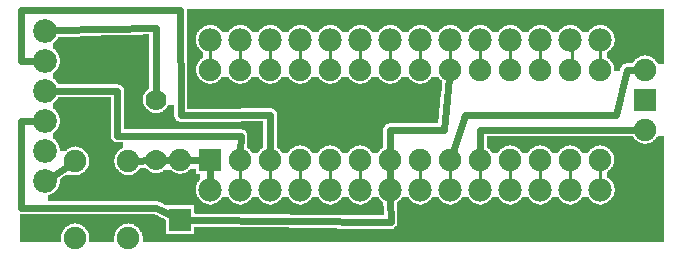
<source format=gbl>
G04 MADE WITH FRITZING*
G04 WWW.FRITZING.ORG*
G04 DOUBLE SIDED*
G04 HOLES PLATED*
G04 CONTOUR ON CENTER OF CONTOUR VECTOR*
%ASAXBY*%
%FSLAX23Y23*%
%MOIN*%
%OFA0B0*%
%SFA1.0B1.0*%
%ADD10C,0.075000*%
%ADD11C,0.079370*%
%ADD12C,0.078000*%
%ADD13C,0.070000*%
%ADD14R,0.075000X0.075000*%
%ADD15C,0.024000*%
%ADD16C,0.011111*%
%LNCOPPER0*%
G90*
G70*
G54D10*
X2069Y753D03*
X224Y663D03*
X240Y453D03*
X2078Y298D03*
G54D11*
X125Y746D03*
X125Y646D03*
X125Y546D03*
X125Y446D03*
X125Y346D03*
X125Y246D03*
G54D10*
X675Y316D03*
X675Y616D03*
X775Y316D03*
X775Y616D03*
X875Y316D03*
X875Y616D03*
X975Y316D03*
X975Y616D03*
X1075Y316D03*
X1075Y616D03*
X1175Y316D03*
X1175Y616D03*
X1275Y316D03*
X1275Y616D03*
X1375Y316D03*
X1375Y616D03*
X1475Y316D03*
X1475Y616D03*
X1575Y316D03*
X1575Y616D03*
X1675Y316D03*
X1675Y616D03*
X1775Y316D03*
X1775Y616D03*
X1875Y316D03*
X1875Y616D03*
X1975Y316D03*
X1975Y616D03*
X575Y116D03*
X575Y316D03*
G54D12*
X675Y216D03*
X775Y216D03*
X875Y216D03*
X975Y216D03*
X1075Y216D03*
X1175Y216D03*
X1275Y216D03*
X1375Y216D03*
X1475Y216D03*
X1575Y216D03*
X1675Y216D03*
X1775Y216D03*
X1875Y216D03*
X1975Y216D03*
X675Y716D03*
X775Y716D03*
X875Y716D03*
X975Y716D03*
X1075Y716D03*
X1175Y716D03*
X1275Y716D03*
X1375Y716D03*
X1475Y716D03*
X1575Y716D03*
X1675Y716D03*
X1775Y716D03*
X1875Y716D03*
X1975Y716D03*
G54D10*
X2125Y616D03*
X2125Y516D03*
X2125Y416D03*
X402Y312D03*
X402Y56D03*
X225Y312D03*
X225Y56D03*
G54D13*
X495Y516D03*
X495Y316D03*
G54D14*
X675Y316D03*
X575Y116D03*
X2125Y516D03*
G54D15*
X875Y466D02*
X875Y344D01*
D02*
X576Y464D02*
X875Y466D01*
D02*
X45Y645D02*
X45Y816D01*
D02*
X45Y816D02*
X575Y816D01*
D02*
X94Y646D02*
X45Y645D01*
D02*
X495Y156D02*
X549Y129D01*
D02*
X45Y156D02*
X495Y156D01*
D02*
X45Y445D02*
X45Y156D01*
D02*
X94Y446D02*
X45Y445D01*
D02*
X1276Y107D02*
X1275Y186D01*
D02*
X603Y115D02*
X1276Y107D01*
D02*
X1525Y466D02*
X1825Y466D01*
D02*
X1484Y343D02*
X1525Y466D01*
D02*
X1575Y416D02*
X1575Y344D01*
D02*
X2096Y416D02*
X1575Y416D01*
G54D16*
D02*
X1075Y240D02*
X1075Y293D01*
D02*
X1675Y293D02*
X1675Y240D01*
D02*
X1575Y293D02*
X1575Y240D01*
D02*
X1375Y293D02*
X1375Y240D01*
D02*
X1175Y293D02*
X1175Y240D01*
D02*
X975Y240D02*
X975Y293D01*
D02*
X875Y293D02*
X875Y240D01*
D02*
X775Y293D02*
X775Y240D01*
D02*
X1475Y240D02*
X1475Y293D01*
D02*
X1775Y240D02*
X1775Y293D01*
D02*
X1875Y240D02*
X1875Y293D01*
D02*
X1975Y240D02*
X1975Y293D01*
D02*
X675Y639D02*
X675Y664D01*
D02*
X775Y639D02*
X775Y691D01*
D02*
X875Y639D02*
X875Y691D01*
D02*
X975Y639D02*
X975Y691D01*
D02*
X1075Y639D02*
X1075Y691D01*
D02*
X1175Y639D02*
X1175Y691D01*
D02*
X1275Y639D02*
X1275Y691D01*
D02*
X1375Y639D02*
X1375Y691D01*
D02*
X1475Y639D02*
X1475Y691D01*
D02*
X1575Y639D02*
X1575Y691D01*
D02*
X1675Y639D02*
X1675Y691D01*
D02*
X1775Y639D02*
X1775Y691D01*
D02*
X1879Y667D02*
X1877Y639D01*
D02*
X1875Y716D02*
X1879Y667D01*
D02*
X1975Y639D02*
X1975Y691D01*
G54D15*
D02*
X2096Y616D02*
X2065Y616D01*
D02*
X2026Y464D02*
X2065Y616D01*
D02*
X1825Y466D02*
X2026Y464D01*
D02*
X1454Y416D02*
X1275Y416D01*
D02*
X1275Y416D02*
X1275Y344D01*
D02*
X1472Y587D02*
X1454Y416D01*
D02*
X575Y816D02*
X576Y464D01*
G54D16*
D02*
X675Y664D02*
X675Y691D01*
G54D15*
D02*
X675Y287D02*
X675Y216D01*
D02*
X495Y756D02*
X155Y747D01*
D02*
X495Y542D02*
X495Y756D01*
D02*
X469Y315D02*
X430Y313D01*
D02*
X546Y316D02*
X521Y316D01*
D02*
X365Y545D02*
X155Y546D01*
D02*
X776Y396D02*
X365Y395D01*
D02*
X365Y395D02*
X365Y545D01*
D02*
X775Y344D02*
X776Y396D01*
D02*
X150Y263D02*
X201Y296D01*
D02*
X645Y316D02*
X603Y316D01*
D02*
X646Y316D02*
X645Y316D01*
D02*
X1275Y246D02*
X1275Y287D01*
G36*
X596Y818D02*
X596Y764D01*
X1986Y764D01*
X1986Y762D01*
X1992Y762D01*
X1992Y760D01*
X1996Y760D01*
X1996Y758D01*
X1998Y758D01*
X1998Y756D01*
X2002Y756D01*
X2002Y754D01*
X2004Y754D01*
X2004Y752D01*
X2006Y752D01*
X2006Y750D01*
X2008Y750D01*
X2008Y748D01*
X2010Y748D01*
X2010Y746D01*
X2012Y746D01*
X2012Y744D01*
X2014Y744D01*
X2014Y742D01*
X2016Y742D01*
X2016Y738D01*
X2018Y738D01*
X2018Y734D01*
X2020Y734D01*
X2020Y730D01*
X2022Y730D01*
X2022Y722D01*
X2024Y722D01*
X2024Y708D01*
X2022Y708D01*
X2022Y702D01*
X2020Y702D01*
X2020Y696D01*
X2018Y696D01*
X2018Y694D01*
X2016Y694D01*
X2016Y690D01*
X2014Y690D01*
X2014Y688D01*
X2012Y688D01*
X2012Y684D01*
X2010Y684D01*
X2010Y682D01*
X2008Y682D01*
X2008Y680D01*
X2004Y680D01*
X2004Y678D01*
X2002Y678D01*
X2002Y676D01*
X2000Y676D01*
X2000Y674D01*
X1998Y674D01*
X1998Y664D01*
X2128Y664D01*
X2128Y662D01*
X2136Y662D01*
X2136Y660D01*
X2142Y660D01*
X2142Y658D01*
X2146Y658D01*
X2146Y656D01*
X2148Y656D01*
X2148Y654D01*
X2152Y654D01*
X2152Y652D01*
X2154Y652D01*
X2154Y650D01*
X2156Y650D01*
X2156Y648D01*
X2158Y648D01*
X2158Y646D01*
X2160Y646D01*
X2160Y644D01*
X2162Y644D01*
X2162Y642D01*
X2164Y642D01*
X2164Y638D01*
X2166Y638D01*
X2166Y634D01*
X2186Y634D01*
X2186Y818D01*
X596Y818D01*
G37*
D02*
G36*
X596Y764D02*
X596Y744D01*
X598Y744D01*
X598Y568D01*
X666Y568D01*
X666Y570D01*
X660Y570D01*
X660Y572D01*
X656Y572D01*
X656Y574D01*
X652Y574D01*
X652Y576D01*
X650Y576D01*
X650Y578D01*
X646Y578D01*
X646Y580D01*
X644Y580D01*
X644Y582D01*
X642Y582D01*
X642Y584D01*
X640Y584D01*
X640Y586D01*
X638Y586D01*
X638Y588D01*
X636Y588D01*
X636Y592D01*
X634Y592D01*
X634Y594D01*
X632Y594D01*
X632Y598D01*
X630Y598D01*
X630Y604D01*
X628Y604D01*
X628Y628D01*
X630Y628D01*
X630Y632D01*
X632Y632D01*
X632Y636D01*
X634Y636D01*
X634Y640D01*
X636Y640D01*
X636Y642D01*
X638Y642D01*
X638Y644D01*
X640Y644D01*
X640Y648D01*
X642Y648D01*
X642Y650D01*
X646Y650D01*
X646Y652D01*
X648Y652D01*
X648Y654D01*
X650Y654D01*
X650Y676D01*
X646Y676D01*
X646Y678D01*
X644Y678D01*
X644Y680D01*
X642Y680D01*
X642Y682D01*
X640Y682D01*
X640Y684D01*
X638Y684D01*
X638Y686D01*
X636Y686D01*
X636Y690D01*
X634Y690D01*
X634Y692D01*
X632Y692D01*
X632Y696D01*
X630Y696D01*
X630Y700D01*
X628Y700D01*
X628Y706D01*
X626Y706D01*
X626Y726D01*
X628Y726D01*
X628Y732D01*
X630Y732D01*
X630Y736D01*
X632Y736D01*
X632Y740D01*
X634Y740D01*
X634Y742D01*
X636Y742D01*
X636Y744D01*
X638Y744D01*
X638Y748D01*
X640Y748D01*
X640Y750D01*
X642Y750D01*
X642Y752D01*
X646Y752D01*
X646Y754D01*
X648Y754D01*
X648Y756D01*
X650Y756D01*
X650Y758D01*
X654Y758D01*
X654Y760D01*
X658Y760D01*
X658Y762D01*
X664Y762D01*
X664Y764D01*
X596Y764D01*
G37*
D02*
G36*
X686Y764D02*
X686Y762D01*
X692Y762D01*
X692Y760D01*
X696Y760D01*
X696Y758D01*
X698Y758D01*
X698Y756D01*
X702Y756D01*
X702Y754D01*
X704Y754D01*
X704Y752D01*
X706Y752D01*
X706Y750D01*
X708Y750D01*
X708Y748D01*
X710Y748D01*
X710Y746D01*
X712Y746D01*
X712Y744D01*
X714Y744D01*
X714Y742D01*
X736Y742D01*
X736Y744D01*
X738Y744D01*
X738Y748D01*
X740Y748D01*
X740Y750D01*
X742Y750D01*
X742Y752D01*
X746Y752D01*
X746Y754D01*
X748Y754D01*
X748Y756D01*
X750Y756D01*
X750Y758D01*
X754Y758D01*
X754Y760D01*
X758Y760D01*
X758Y762D01*
X764Y762D01*
X764Y764D01*
X686Y764D01*
G37*
D02*
G36*
X786Y764D02*
X786Y762D01*
X792Y762D01*
X792Y760D01*
X796Y760D01*
X796Y758D01*
X798Y758D01*
X798Y756D01*
X802Y756D01*
X802Y754D01*
X804Y754D01*
X804Y752D01*
X806Y752D01*
X806Y750D01*
X808Y750D01*
X808Y748D01*
X810Y748D01*
X810Y746D01*
X812Y746D01*
X812Y744D01*
X814Y744D01*
X814Y742D01*
X836Y742D01*
X836Y744D01*
X838Y744D01*
X838Y748D01*
X840Y748D01*
X840Y750D01*
X842Y750D01*
X842Y752D01*
X846Y752D01*
X846Y754D01*
X848Y754D01*
X848Y756D01*
X850Y756D01*
X850Y758D01*
X854Y758D01*
X854Y760D01*
X858Y760D01*
X858Y762D01*
X864Y762D01*
X864Y764D01*
X786Y764D01*
G37*
D02*
G36*
X886Y764D02*
X886Y762D01*
X892Y762D01*
X892Y760D01*
X896Y760D01*
X896Y758D01*
X898Y758D01*
X898Y756D01*
X902Y756D01*
X902Y754D01*
X904Y754D01*
X904Y752D01*
X906Y752D01*
X906Y750D01*
X908Y750D01*
X908Y748D01*
X910Y748D01*
X910Y746D01*
X912Y746D01*
X912Y744D01*
X914Y744D01*
X914Y742D01*
X936Y742D01*
X936Y744D01*
X938Y744D01*
X938Y748D01*
X940Y748D01*
X940Y750D01*
X942Y750D01*
X942Y752D01*
X946Y752D01*
X946Y754D01*
X948Y754D01*
X948Y756D01*
X950Y756D01*
X950Y758D01*
X954Y758D01*
X954Y760D01*
X958Y760D01*
X958Y762D01*
X964Y762D01*
X964Y764D01*
X886Y764D01*
G37*
D02*
G36*
X986Y764D02*
X986Y762D01*
X992Y762D01*
X992Y760D01*
X996Y760D01*
X996Y758D01*
X998Y758D01*
X998Y756D01*
X1002Y756D01*
X1002Y754D01*
X1004Y754D01*
X1004Y752D01*
X1006Y752D01*
X1006Y750D01*
X1008Y750D01*
X1008Y748D01*
X1010Y748D01*
X1010Y746D01*
X1012Y746D01*
X1012Y744D01*
X1014Y744D01*
X1014Y742D01*
X1036Y742D01*
X1036Y744D01*
X1038Y744D01*
X1038Y748D01*
X1040Y748D01*
X1040Y750D01*
X1042Y750D01*
X1042Y752D01*
X1046Y752D01*
X1046Y754D01*
X1048Y754D01*
X1048Y756D01*
X1050Y756D01*
X1050Y758D01*
X1054Y758D01*
X1054Y760D01*
X1058Y760D01*
X1058Y762D01*
X1064Y762D01*
X1064Y764D01*
X986Y764D01*
G37*
D02*
G36*
X1086Y764D02*
X1086Y762D01*
X1092Y762D01*
X1092Y760D01*
X1096Y760D01*
X1096Y758D01*
X1098Y758D01*
X1098Y756D01*
X1102Y756D01*
X1102Y754D01*
X1104Y754D01*
X1104Y752D01*
X1106Y752D01*
X1106Y750D01*
X1108Y750D01*
X1108Y748D01*
X1110Y748D01*
X1110Y746D01*
X1112Y746D01*
X1112Y744D01*
X1114Y744D01*
X1114Y742D01*
X1136Y742D01*
X1136Y744D01*
X1138Y744D01*
X1138Y748D01*
X1140Y748D01*
X1140Y750D01*
X1142Y750D01*
X1142Y752D01*
X1146Y752D01*
X1146Y754D01*
X1148Y754D01*
X1148Y756D01*
X1150Y756D01*
X1150Y758D01*
X1154Y758D01*
X1154Y760D01*
X1158Y760D01*
X1158Y762D01*
X1164Y762D01*
X1164Y764D01*
X1086Y764D01*
G37*
D02*
G36*
X1186Y764D02*
X1186Y762D01*
X1192Y762D01*
X1192Y760D01*
X1196Y760D01*
X1196Y758D01*
X1198Y758D01*
X1198Y756D01*
X1202Y756D01*
X1202Y754D01*
X1204Y754D01*
X1204Y752D01*
X1206Y752D01*
X1206Y750D01*
X1208Y750D01*
X1208Y748D01*
X1210Y748D01*
X1210Y746D01*
X1212Y746D01*
X1212Y744D01*
X1214Y744D01*
X1214Y742D01*
X1236Y742D01*
X1236Y744D01*
X1238Y744D01*
X1238Y748D01*
X1240Y748D01*
X1240Y750D01*
X1242Y750D01*
X1242Y752D01*
X1246Y752D01*
X1246Y754D01*
X1248Y754D01*
X1248Y756D01*
X1250Y756D01*
X1250Y758D01*
X1254Y758D01*
X1254Y760D01*
X1258Y760D01*
X1258Y762D01*
X1264Y762D01*
X1264Y764D01*
X1186Y764D01*
G37*
D02*
G36*
X1286Y764D02*
X1286Y762D01*
X1292Y762D01*
X1292Y760D01*
X1296Y760D01*
X1296Y758D01*
X1298Y758D01*
X1298Y756D01*
X1302Y756D01*
X1302Y754D01*
X1304Y754D01*
X1304Y752D01*
X1306Y752D01*
X1306Y750D01*
X1308Y750D01*
X1308Y748D01*
X1310Y748D01*
X1310Y746D01*
X1312Y746D01*
X1312Y744D01*
X1314Y744D01*
X1314Y742D01*
X1336Y742D01*
X1336Y744D01*
X1338Y744D01*
X1338Y748D01*
X1340Y748D01*
X1340Y750D01*
X1342Y750D01*
X1342Y752D01*
X1346Y752D01*
X1346Y754D01*
X1348Y754D01*
X1348Y756D01*
X1350Y756D01*
X1350Y758D01*
X1354Y758D01*
X1354Y760D01*
X1358Y760D01*
X1358Y762D01*
X1364Y762D01*
X1364Y764D01*
X1286Y764D01*
G37*
D02*
G36*
X1386Y764D02*
X1386Y762D01*
X1392Y762D01*
X1392Y760D01*
X1396Y760D01*
X1396Y758D01*
X1398Y758D01*
X1398Y756D01*
X1402Y756D01*
X1402Y754D01*
X1404Y754D01*
X1404Y752D01*
X1406Y752D01*
X1406Y750D01*
X1408Y750D01*
X1408Y748D01*
X1410Y748D01*
X1410Y746D01*
X1412Y746D01*
X1412Y744D01*
X1414Y744D01*
X1414Y742D01*
X1436Y742D01*
X1436Y744D01*
X1438Y744D01*
X1438Y748D01*
X1440Y748D01*
X1440Y750D01*
X1442Y750D01*
X1442Y752D01*
X1446Y752D01*
X1446Y754D01*
X1448Y754D01*
X1448Y756D01*
X1450Y756D01*
X1450Y758D01*
X1454Y758D01*
X1454Y760D01*
X1458Y760D01*
X1458Y762D01*
X1464Y762D01*
X1464Y764D01*
X1386Y764D01*
G37*
D02*
G36*
X1486Y764D02*
X1486Y762D01*
X1492Y762D01*
X1492Y760D01*
X1496Y760D01*
X1496Y758D01*
X1498Y758D01*
X1498Y756D01*
X1502Y756D01*
X1502Y754D01*
X1504Y754D01*
X1504Y752D01*
X1506Y752D01*
X1506Y750D01*
X1508Y750D01*
X1508Y748D01*
X1510Y748D01*
X1510Y746D01*
X1512Y746D01*
X1512Y744D01*
X1514Y744D01*
X1514Y742D01*
X1536Y742D01*
X1536Y744D01*
X1538Y744D01*
X1538Y748D01*
X1540Y748D01*
X1540Y750D01*
X1542Y750D01*
X1542Y752D01*
X1546Y752D01*
X1546Y754D01*
X1548Y754D01*
X1548Y756D01*
X1550Y756D01*
X1550Y758D01*
X1554Y758D01*
X1554Y760D01*
X1558Y760D01*
X1558Y762D01*
X1564Y762D01*
X1564Y764D01*
X1486Y764D01*
G37*
D02*
G36*
X1586Y764D02*
X1586Y762D01*
X1592Y762D01*
X1592Y760D01*
X1596Y760D01*
X1596Y758D01*
X1598Y758D01*
X1598Y756D01*
X1602Y756D01*
X1602Y754D01*
X1604Y754D01*
X1604Y752D01*
X1606Y752D01*
X1606Y750D01*
X1608Y750D01*
X1608Y748D01*
X1610Y748D01*
X1610Y746D01*
X1612Y746D01*
X1612Y744D01*
X1614Y744D01*
X1614Y742D01*
X1636Y742D01*
X1636Y744D01*
X1638Y744D01*
X1638Y748D01*
X1640Y748D01*
X1640Y750D01*
X1642Y750D01*
X1642Y752D01*
X1646Y752D01*
X1646Y754D01*
X1648Y754D01*
X1648Y756D01*
X1650Y756D01*
X1650Y758D01*
X1654Y758D01*
X1654Y760D01*
X1658Y760D01*
X1658Y762D01*
X1664Y762D01*
X1664Y764D01*
X1586Y764D01*
G37*
D02*
G36*
X1686Y764D02*
X1686Y762D01*
X1692Y762D01*
X1692Y760D01*
X1696Y760D01*
X1696Y758D01*
X1698Y758D01*
X1698Y756D01*
X1702Y756D01*
X1702Y754D01*
X1704Y754D01*
X1704Y752D01*
X1706Y752D01*
X1706Y750D01*
X1708Y750D01*
X1708Y748D01*
X1710Y748D01*
X1710Y746D01*
X1712Y746D01*
X1712Y744D01*
X1714Y744D01*
X1714Y742D01*
X1736Y742D01*
X1736Y744D01*
X1738Y744D01*
X1738Y748D01*
X1740Y748D01*
X1740Y750D01*
X1742Y750D01*
X1742Y752D01*
X1746Y752D01*
X1746Y754D01*
X1748Y754D01*
X1748Y756D01*
X1750Y756D01*
X1750Y758D01*
X1754Y758D01*
X1754Y760D01*
X1758Y760D01*
X1758Y762D01*
X1764Y762D01*
X1764Y764D01*
X1686Y764D01*
G37*
D02*
G36*
X1786Y764D02*
X1786Y762D01*
X1792Y762D01*
X1792Y760D01*
X1796Y760D01*
X1796Y758D01*
X1798Y758D01*
X1798Y756D01*
X1802Y756D01*
X1802Y754D01*
X1804Y754D01*
X1804Y752D01*
X1806Y752D01*
X1806Y750D01*
X1808Y750D01*
X1808Y748D01*
X1810Y748D01*
X1810Y746D01*
X1812Y746D01*
X1812Y744D01*
X1814Y744D01*
X1814Y742D01*
X1836Y742D01*
X1836Y744D01*
X1838Y744D01*
X1838Y748D01*
X1840Y748D01*
X1840Y750D01*
X1842Y750D01*
X1842Y752D01*
X1846Y752D01*
X1846Y754D01*
X1848Y754D01*
X1848Y756D01*
X1850Y756D01*
X1850Y758D01*
X1854Y758D01*
X1854Y760D01*
X1858Y760D01*
X1858Y762D01*
X1864Y762D01*
X1864Y764D01*
X1786Y764D01*
G37*
D02*
G36*
X1886Y764D02*
X1886Y762D01*
X1892Y762D01*
X1892Y760D01*
X1896Y760D01*
X1896Y758D01*
X1898Y758D01*
X1898Y756D01*
X1902Y756D01*
X1902Y754D01*
X1904Y754D01*
X1904Y752D01*
X1906Y752D01*
X1906Y750D01*
X1908Y750D01*
X1908Y748D01*
X1910Y748D01*
X1910Y746D01*
X1912Y746D01*
X1912Y744D01*
X1914Y744D01*
X1914Y742D01*
X1936Y742D01*
X1936Y744D01*
X1938Y744D01*
X1938Y748D01*
X1940Y748D01*
X1940Y750D01*
X1942Y750D01*
X1942Y752D01*
X1946Y752D01*
X1946Y754D01*
X1948Y754D01*
X1948Y756D01*
X1950Y756D01*
X1950Y758D01*
X1954Y758D01*
X1954Y760D01*
X1958Y760D01*
X1958Y762D01*
X1964Y762D01*
X1964Y764D01*
X1886Y764D01*
G37*
D02*
G36*
X1998Y664D02*
X1998Y654D01*
X2002Y654D01*
X2002Y652D01*
X2004Y652D01*
X2004Y650D01*
X2006Y650D01*
X2006Y648D01*
X2008Y648D01*
X2008Y646D01*
X2010Y646D01*
X2010Y644D01*
X2012Y644D01*
X2012Y642D01*
X2014Y642D01*
X2014Y638D01*
X2016Y638D01*
X2016Y634D01*
X2018Y634D01*
X2018Y630D01*
X2020Y630D01*
X2020Y624D01*
X2022Y624D01*
X2022Y612D01*
X2042Y612D01*
X2042Y620D01*
X2044Y620D01*
X2044Y626D01*
X2046Y626D01*
X2046Y628D01*
X2048Y628D01*
X2048Y632D01*
X2052Y632D01*
X2052Y634D01*
X2054Y634D01*
X2054Y636D01*
X2060Y636D01*
X2060Y638D01*
X2084Y638D01*
X2084Y640D01*
X2086Y640D01*
X2086Y642D01*
X2088Y642D01*
X2088Y644D01*
X2090Y644D01*
X2090Y648D01*
X2092Y648D01*
X2092Y650D01*
X2096Y650D01*
X2096Y652D01*
X2098Y652D01*
X2098Y654D01*
X2100Y654D01*
X2100Y656D01*
X2104Y656D01*
X2104Y658D01*
X2108Y658D01*
X2108Y660D01*
X2112Y660D01*
X2112Y662D01*
X2122Y662D01*
X2122Y664D01*
X1998Y664D01*
G37*
D02*
G36*
X714Y592D02*
X714Y590D01*
X712Y590D01*
X712Y588D01*
X710Y588D01*
X710Y584D01*
X708Y584D01*
X708Y582D01*
X704Y582D01*
X704Y580D01*
X702Y580D01*
X702Y578D01*
X700Y578D01*
X700Y576D01*
X698Y576D01*
X698Y574D01*
X694Y574D01*
X694Y572D01*
X690Y572D01*
X690Y570D01*
X682Y570D01*
X682Y568D01*
X766Y568D01*
X766Y570D01*
X760Y570D01*
X760Y572D01*
X756Y572D01*
X756Y574D01*
X752Y574D01*
X752Y576D01*
X750Y576D01*
X750Y578D01*
X746Y578D01*
X746Y580D01*
X744Y580D01*
X744Y582D01*
X742Y582D01*
X742Y584D01*
X740Y584D01*
X740Y586D01*
X738Y586D01*
X738Y588D01*
X736Y588D01*
X736Y592D01*
X714Y592D01*
G37*
D02*
G36*
X814Y592D02*
X814Y590D01*
X812Y590D01*
X812Y588D01*
X810Y588D01*
X810Y584D01*
X808Y584D01*
X808Y582D01*
X804Y582D01*
X804Y580D01*
X802Y580D01*
X802Y578D01*
X800Y578D01*
X800Y576D01*
X798Y576D01*
X798Y574D01*
X794Y574D01*
X794Y572D01*
X790Y572D01*
X790Y570D01*
X782Y570D01*
X782Y568D01*
X866Y568D01*
X866Y570D01*
X860Y570D01*
X860Y572D01*
X856Y572D01*
X856Y574D01*
X852Y574D01*
X852Y576D01*
X850Y576D01*
X850Y578D01*
X846Y578D01*
X846Y580D01*
X844Y580D01*
X844Y582D01*
X842Y582D01*
X842Y584D01*
X840Y584D01*
X840Y586D01*
X838Y586D01*
X838Y588D01*
X836Y588D01*
X836Y592D01*
X814Y592D01*
G37*
D02*
G36*
X914Y592D02*
X914Y590D01*
X912Y590D01*
X912Y588D01*
X910Y588D01*
X910Y584D01*
X908Y584D01*
X908Y582D01*
X904Y582D01*
X904Y580D01*
X902Y580D01*
X902Y578D01*
X900Y578D01*
X900Y576D01*
X898Y576D01*
X898Y574D01*
X894Y574D01*
X894Y572D01*
X890Y572D01*
X890Y570D01*
X882Y570D01*
X882Y568D01*
X966Y568D01*
X966Y570D01*
X960Y570D01*
X960Y572D01*
X956Y572D01*
X956Y574D01*
X952Y574D01*
X952Y576D01*
X950Y576D01*
X950Y578D01*
X946Y578D01*
X946Y580D01*
X944Y580D01*
X944Y582D01*
X942Y582D01*
X942Y584D01*
X940Y584D01*
X940Y586D01*
X938Y586D01*
X938Y588D01*
X936Y588D01*
X936Y592D01*
X914Y592D01*
G37*
D02*
G36*
X1014Y592D02*
X1014Y590D01*
X1012Y590D01*
X1012Y588D01*
X1010Y588D01*
X1010Y584D01*
X1008Y584D01*
X1008Y582D01*
X1004Y582D01*
X1004Y580D01*
X1002Y580D01*
X1002Y578D01*
X1000Y578D01*
X1000Y576D01*
X998Y576D01*
X998Y574D01*
X994Y574D01*
X994Y572D01*
X990Y572D01*
X990Y570D01*
X982Y570D01*
X982Y568D01*
X1066Y568D01*
X1066Y570D01*
X1060Y570D01*
X1060Y572D01*
X1056Y572D01*
X1056Y574D01*
X1052Y574D01*
X1052Y576D01*
X1050Y576D01*
X1050Y578D01*
X1046Y578D01*
X1046Y580D01*
X1044Y580D01*
X1044Y582D01*
X1042Y582D01*
X1042Y584D01*
X1040Y584D01*
X1040Y586D01*
X1038Y586D01*
X1038Y588D01*
X1036Y588D01*
X1036Y592D01*
X1014Y592D01*
G37*
D02*
G36*
X1114Y592D02*
X1114Y590D01*
X1112Y590D01*
X1112Y588D01*
X1110Y588D01*
X1110Y584D01*
X1108Y584D01*
X1108Y582D01*
X1104Y582D01*
X1104Y580D01*
X1102Y580D01*
X1102Y578D01*
X1100Y578D01*
X1100Y576D01*
X1098Y576D01*
X1098Y574D01*
X1094Y574D01*
X1094Y572D01*
X1090Y572D01*
X1090Y570D01*
X1082Y570D01*
X1082Y568D01*
X1166Y568D01*
X1166Y570D01*
X1160Y570D01*
X1160Y572D01*
X1156Y572D01*
X1156Y574D01*
X1152Y574D01*
X1152Y576D01*
X1150Y576D01*
X1150Y578D01*
X1146Y578D01*
X1146Y580D01*
X1144Y580D01*
X1144Y582D01*
X1142Y582D01*
X1142Y584D01*
X1140Y584D01*
X1140Y586D01*
X1138Y586D01*
X1138Y588D01*
X1136Y588D01*
X1136Y592D01*
X1114Y592D01*
G37*
D02*
G36*
X1214Y592D02*
X1214Y590D01*
X1212Y590D01*
X1212Y588D01*
X1210Y588D01*
X1210Y584D01*
X1208Y584D01*
X1208Y582D01*
X1204Y582D01*
X1204Y580D01*
X1202Y580D01*
X1202Y578D01*
X1200Y578D01*
X1200Y576D01*
X1198Y576D01*
X1198Y574D01*
X1194Y574D01*
X1194Y572D01*
X1190Y572D01*
X1190Y570D01*
X1182Y570D01*
X1182Y568D01*
X1266Y568D01*
X1266Y570D01*
X1260Y570D01*
X1260Y572D01*
X1256Y572D01*
X1256Y574D01*
X1252Y574D01*
X1252Y576D01*
X1250Y576D01*
X1250Y578D01*
X1246Y578D01*
X1246Y580D01*
X1244Y580D01*
X1244Y582D01*
X1242Y582D01*
X1242Y584D01*
X1240Y584D01*
X1240Y586D01*
X1238Y586D01*
X1238Y588D01*
X1236Y588D01*
X1236Y592D01*
X1214Y592D01*
G37*
D02*
G36*
X1314Y592D02*
X1314Y590D01*
X1312Y590D01*
X1312Y588D01*
X1310Y588D01*
X1310Y584D01*
X1308Y584D01*
X1308Y582D01*
X1304Y582D01*
X1304Y580D01*
X1302Y580D01*
X1302Y578D01*
X1300Y578D01*
X1300Y576D01*
X1298Y576D01*
X1298Y574D01*
X1294Y574D01*
X1294Y572D01*
X1290Y572D01*
X1290Y570D01*
X1282Y570D01*
X1282Y568D01*
X1366Y568D01*
X1366Y570D01*
X1360Y570D01*
X1360Y572D01*
X1356Y572D01*
X1356Y574D01*
X1352Y574D01*
X1352Y576D01*
X1350Y576D01*
X1350Y578D01*
X1346Y578D01*
X1346Y580D01*
X1344Y580D01*
X1344Y582D01*
X1342Y582D01*
X1342Y584D01*
X1340Y584D01*
X1340Y586D01*
X1338Y586D01*
X1338Y588D01*
X1336Y588D01*
X1336Y592D01*
X1314Y592D01*
G37*
D02*
G36*
X1414Y592D02*
X1414Y590D01*
X1412Y590D01*
X1412Y588D01*
X1410Y588D01*
X1410Y584D01*
X1408Y584D01*
X1408Y582D01*
X1404Y582D01*
X1404Y580D01*
X1402Y580D01*
X1402Y578D01*
X1400Y578D01*
X1400Y576D01*
X1398Y576D01*
X1398Y574D01*
X1394Y574D01*
X1394Y572D01*
X1390Y572D01*
X1390Y570D01*
X1382Y570D01*
X1382Y568D01*
X1446Y568D01*
X1446Y580D01*
X1444Y580D01*
X1444Y582D01*
X1442Y582D01*
X1442Y584D01*
X1440Y584D01*
X1440Y586D01*
X1438Y586D01*
X1438Y588D01*
X1436Y588D01*
X1436Y592D01*
X1414Y592D01*
G37*
D02*
G36*
X598Y568D02*
X598Y566D01*
X1446Y566D01*
X1446Y568D01*
X598Y568D01*
G37*
D02*
G36*
X598Y568D02*
X598Y566D01*
X1446Y566D01*
X1446Y568D01*
X598Y568D01*
G37*
D02*
G36*
X598Y568D02*
X598Y566D01*
X1446Y566D01*
X1446Y568D01*
X598Y568D01*
G37*
D02*
G36*
X598Y568D02*
X598Y566D01*
X1446Y566D01*
X1446Y568D01*
X598Y568D01*
G37*
D02*
G36*
X598Y568D02*
X598Y566D01*
X1446Y566D01*
X1446Y568D01*
X598Y568D01*
G37*
D02*
G36*
X598Y568D02*
X598Y566D01*
X1446Y566D01*
X1446Y568D01*
X598Y568D01*
G37*
D02*
G36*
X598Y568D02*
X598Y566D01*
X1446Y566D01*
X1446Y568D01*
X598Y568D01*
G37*
D02*
G36*
X598Y568D02*
X598Y566D01*
X1446Y566D01*
X1446Y568D01*
X598Y568D01*
G37*
D02*
G36*
X598Y568D02*
X598Y566D01*
X1446Y566D01*
X1446Y568D01*
X598Y568D01*
G37*
D02*
G36*
X598Y566D02*
X598Y488D01*
X880Y488D01*
X880Y486D01*
X886Y486D01*
X886Y484D01*
X888Y484D01*
X888Y482D01*
X890Y482D01*
X890Y480D01*
X892Y480D01*
X892Y478D01*
X894Y478D01*
X894Y474D01*
X896Y474D01*
X896Y364D01*
X1178Y364D01*
X1178Y362D01*
X1186Y362D01*
X1186Y360D01*
X1192Y360D01*
X1192Y358D01*
X1196Y358D01*
X1196Y356D01*
X1198Y356D01*
X1198Y354D01*
X1202Y354D01*
X1202Y352D01*
X1204Y352D01*
X1204Y350D01*
X1206Y350D01*
X1206Y348D01*
X1208Y348D01*
X1208Y346D01*
X1210Y346D01*
X1210Y344D01*
X1212Y344D01*
X1212Y342D01*
X1214Y342D01*
X1214Y338D01*
X1234Y338D01*
X1234Y340D01*
X1236Y340D01*
X1236Y342D01*
X1238Y342D01*
X1238Y344D01*
X1240Y344D01*
X1240Y348D01*
X1242Y348D01*
X1242Y350D01*
X1246Y350D01*
X1246Y352D01*
X1248Y352D01*
X1248Y354D01*
X1250Y354D01*
X1250Y356D01*
X1252Y356D01*
X1252Y420D01*
X1254Y420D01*
X1254Y426D01*
X1256Y426D01*
X1256Y428D01*
X1258Y428D01*
X1258Y432D01*
X1262Y432D01*
X1262Y434D01*
X1264Y434D01*
X1264Y436D01*
X1270Y436D01*
X1270Y438D01*
X1434Y438D01*
X1434Y450D01*
X1436Y450D01*
X1436Y468D01*
X1438Y468D01*
X1438Y488D01*
X1440Y488D01*
X1440Y506D01*
X1442Y506D01*
X1442Y526D01*
X1444Y526D01*
X1444Y544D01*
X1446Y544D01*
X1446Y566D01*
X598Y566D01*
G37*
D02*
G36*
X598Y488D02*
X598Y486D01*
X776Y486D01*
X776Y488D01*
X598Y488D01*
G37*
D02*
G36*
X896Y364D02*
X896Y356D01*
X898Y356D01*
X898Y354D01*
X902Y354D01*
X902Y352D01*
X904Y352D01*
X904Y350D01*
X906Y350D01*
X906Y348D01*
X908Y348D01*
X908Y346D01*
X910Y346D01*
X910Y344D01*
X912Y344D01*
X912Y342D01*
X914Y342D01*
X914Y338D01*
X934Y338D01*
X934Y340D01*
X936Y340D01*
X936Y342D01*
X938Y342D01*
X938Y344D01*
X940Y344D01*
X940Y348D01*
X942Y348D01*
X942Y350D01*
X946Y350D01*
X946Y352D01*
X948Y352D01*
X948Y354D01*
X950Y354D01*
X950Y356D01*
X954Y356D01*
X954Y358D01*
X958Y358D01*
X958Y360D01*
X962Y360D01*
X962Y362D01*
X972Y362D01*
X972Y364D01*
X896Y364D01*
G37*
D02*
G36*
X978Y364D02*
X978Y362D01*
X986Y362D01*
X986Y360D01*
X992Y360D01*
X992Y358D01*
X996Y358D01*
X996Y356D01*
X998Y356D01*
X998Y354D01*
X1002Y354D01*
X1002Y352D01*
X1004Y352D01*
X1004Y350D01*
X1006Y350D01*
X1006Y348D01*
X1008Y348D01*
X1008Y346D01*
X1010Y346D01*
X1010Y344D01*
X1012Y344D01*
X1012Y342D01*
X1014Y342D01*
X1014Y338D01*
X1034Y338D01*
X1034Y340D01*
X1036Y340D01*
X1036Y342D01*
X1038Y342D01*
X1038Y344D01*
X1040Y344D01*
X1040Y348D01*
X1042Y348D01*
X1042Y350D01*
X1046Y350D01*
X1046Y352D01*
X1048Y352D01*
X1048Y354D01*
X1050Y354D01*
X1050Y356D01*
X1054Y356D01*
X1054Y358D01*
X1058Y358D01*
X1058Y360D01*
X1062Y360D01*
X1062Y362D01*
X1072Y362D01*
X1072Y364D01*
X978Y364D01*
G37*
D02*
G36*
X1078Y364D02*
X1078Y362D01*
X1086Y362D01*
X1086Y360D01*
X1092Y360D01*
X1092Y358D01*
X1096Y358D01*
X1096Y356D01*
X1098Y356D01*
X1098Y354D01*
X1102Y354D01*
X1102Y352D01*
X1104Y352D01*
X1104Y350D01*
X1106Y350D01*
X1106Y348D01*
X1108Y348D01*
X1108Y346D01*
X1110Y346D01*
X1110Y344D01*
X1112Y344D01*
X1112Y342D01*
X1114Y342D01*
X1114Y338D01*
X1134Y338D01*
X1134Y340D01*
X1136Y340D01*
X1136Y342D01*
X1138Y342D01*
X1138Y344D01*
X1140Y344D01*
X1140Y348D01*
X1142Y348D01*
X1142Y350D01*
X1146Y350D01*
X1146Y352D01*
X1148Y352D01*
X1148Y354D01*
X1150Y354D01*
X1150Y356D01*
X1154Y356D01*
X1154Y358D01*
X1158Y358D01*
X1158Y360D01*
X1162Y360D01*
X1162Y362D01*
X1172Y362D01*
X1172Y364D01*
X1078Y364D01*
G37*
D02*
G36*
X450Y734D02*
X450Y732D01*
X380Y732D01*
X380Y730D01*
X312Y730D01*
X312Y728D01*
X242Y728D01*
X242Y726D01*
X174Y726D01*
X174Y724D01*
X168Y724D01*
X168Y722D01*
X166Y722D01*
X166Y718D01*
X164Y718D01*
X164Y716D01*
X162Y716D01*
X162Y714D01*
X160Y714D01*
X160Y712D01*
X158Y712D01*
X158Y710D01*
X156Y710D01*
X156Y708D01*
X154Y708D01*
X154Y706D01*
X150Y706D01*
X150Y686D01*
X152Y686D01*
X152Y684D01*
X156Y684D01*
X156Y682D01*
X158Y682D01*
X158Y680D01*
X160Y680D01*
X160Y678D01*
X162Y678D01*
X162Y674D01*
X164Y674D01*
X164Y672D01*
X166Y672D01*
X166Y670D01*
X168Y670D01*
X168Y666D01*
X170Y666D01*
X170Y662D01*
X172Y662D01*
X172Y656D01*
X174Y656D01*
X174Y636D01*
X172Y636D01*
X172Y630D01*
X170Y630D01*
X170Y626D01*
X168Y626D01*
X168Y622D01*
X166Y622D01*
X166Y618D01*
X164Y618D01*
X164Y616D01*
X162Y616D01*
X162Y614D01*
X160Y614D01*
X160Y612D01*
X158Y612D01*
X158Y610D01*
X156Y610D01*
X156Y608D01*
X154Y608D01*
X154Y606D01*
X150Y606D01*
X150Y586D01*
X152Y586D01*
X152Y584D01*
X156Y584D01*
X156Y582D01*
X158Y582D01*
X158Y580D01*
X160Y580D01*
X160Y578D01*
X162Y578D01*
X162Y574D01*
X164Y574D01*
X164Y572D01*
X166Y572D01*
X166Y570D01*
X168Y570D01*
X168Y568D01*
X368Y568D01*
X368Y566D01*
X376Y566D01*
X376Y564D01*
X378Y564D01*
X378Y562D01*
X380Y562D01*
X380Y560D01*
X382Y560D01*
X382Y558D01*
X384Y558D01*
X384Y556D01*
X386Y556D01*
X386Y550D01*
X388Y550D01*
X388Y470D01*
X490Y470D01*
X490Y472D01*
X482Y472D01*
X482Y474D01*
X478Y474D01*
X478Y476D01*
X474Y476D01*
X474Y478D01*
X470Y478D01*
X470Y480D01*
X468Y480D01*
X468Y482D01*
X466Y482D01*
X466Y484D01*
X464Y484D01*
X464Y486D01*
X462Y486D01*
X462Y488D01*
X460Y488D01*
X460Y490D01*
X458Y490D01*
X458Y494D01*
X456Y494D01*
X456Y496D01*
X454Y496D01*
X454Y500D01*
X452Y500D01*
X452Y506D01*
X450Y506D01*
X450Y526D01*
X452Y526D01*
X452Y530D01*
X454Y530D01*
X454Y534D01*
X456Y534D01*
X456Y538D01*
X458Y538D01*
X458Y540D01*
X460Y540D01*
X460Y544D01*
X462Y544D01*
X462Y546D01*
X464Y546D01*
X464Y548D01*
X466Y548D01*
X466Y550D01*
X470Y550D01*
X470Y552D01*
X472Y552D01*
X472Y734D01*
X450Y734D01*
G37*
D02*
G36*
X534Y498D02*
X534Y494D01*
X532Y494D01*
X532Y492D01*
X530Y492D01*
X530Y488D01*
X528Y488D01*
X528Y486D01*
X526Y486D01*
X526Y484D01*
X524Y484D01*
X524Y482D01*
X522Y482D01*
X522Y480D01*
X518Y480D01*
X518Y478D01*
X516Y478D01*
X516Y476D01*
X512Y476D01*
X512Y474D01*
X508Y474D01*
X508Y472D01*
X500Y472D01*
X500Y470D01*
X554Y470D01*
X554Y498D01*
X534Y498D01*
G37*
D02*
G36*
X388Y470D02*
X388Y468D01*
X554Y468D01*
X554Y470D01*
X388Y470D01*
G37*
D02*
G36*
X388Y470D02*
X388Y468D01*
X554Y468D01*
X554Y470D01*
X388Y470D01*
G37*
D02*
G36*
X388Y468D02*
X388Y442D01*
X570Y442D01*
X570Y444D01*
X564Y444D01*
X564Y446D01*
X562Y446D01*
X562Y448D01*
X560Y448D01*
X560Y450D01*
X558Y450D01*
X558Y454D01*
X556Y454D01*
X556Y458D01*
X554Y458D01*
X554Y468D01*
X388Y468D01*
G37*
D02*
G36*
X778Y444D02*
X778Y442D01*
X852Y442D01*
X852Y444D01*
X778Y444D01*
G37*
D02*
G36*
X388Y442D02*
X388Y440D01*
X852Y440D01*
X852Y442D01*
X388Y442D01*
G37*
D02*
G36*
X388Y442D02*
X388Y440D01*
X852Y440D01*
X852Y442D01*
X388Y442D01*
G37*
D02*
G36*
X388Y440D02*
X388Y418D01*
X780Y418D01*
X780Y416D01*
X786Y416D01*
X786Y414D01*
X790Y414D01*
X790Y412D01*
X792Y412D01*
X792Y410D01*
X794Y410D01*
X794Y406D01*
X796Y406D01*
X796Y402D01*
X798Y402D01*
X798Y354D01*
X802Y354D01*
X802Y352D01*
X804Y352D01*
X804Y350D01*
X806Y350D01*
X806Y348D01*
X808Y348D01*
X808Y346D01*
X810Y346D01*
X810Y344D01*
X812Y344D01*
X812Y342D01*
X814Y342D01*
X814Y338D01*
X834Y338D01*
X834Y340D01*
X836Y340D01*
X836Y342D01*
X838Y342D01*
X838Y344D01*
X840Y344D01*
X840Y348D01*
X842Y348D01*
X842Y350D01*
X846Y350D01*
X846Y352D01*
X848Y352D01*
X848Y354D01*
X850Y354D01*
X850Y356D01*
X852Y356D01*
X852Y440D01*
X388Y440D01*
G37*
D02*
G36*
X168Y524D02*
X168Y522D01*
X166Y522D01*
X166Y518D01*
X164Y518D01*
X164Y516D01*
X162Y516D01*
X162Y514D01*
X160Y514D01*
X160Y512D01*
X158Y512D01*
X158Y510D01*
X156Y510D01*
X156Y508D01*
X154Y508D01*
X154Y506D01*
X150Y506D01*
X150Y486D01*
X152Y486D01*
X152Y484D01*
X156Y484D01*
X156Y482D01*
X158Y482D01*
X158Y480D01*
X160Y480D01*
X160Y478D01*
X162Y478D01*
X162Y474D01*
X164Y474D01*
X164Y472D01*
X166Y472D01*
X166Y470D01*
X168Y470D01*
X168Y466D01*
X170Y466D01*
X170Y462D01*
X172Y462D01*
X172Y456D01*
X174Y456D01*
X174Y436D01*
X172Y436D01*
X172Y430D01*
X170Y430D01*
X170Y426D01*
X168Y426D01*
X168Y422D01*
X166Y422D01*
X166Y418D01*
X164Y418D01*
X164Y416D01*
X162Y416D01*
X162Y414D01*
X160Y414D01*
X160Y412D01*
X158Y412D01*
X158Y410D01*
X156Y410D01*
X156Y408D01*
X154Y408D01*
X154Y406D01*
X150Y406D01*
X150Y386D01*
X152Y386D01*
X152Y384D01*
X156Y384D01*
X156Y382D01*
X158Y382D01*
X158Y380D01*
X160Y380D01*
X160Y378D01*
X162Y378D01*
X162Y374D01*
X164Y374D01*
X164Y372D01*
X166Y372D01*
X166Y370D01*
X168Y370D01*
X168Y366D01*
X170Y366D01*
X170Y362D01*
X172Y362D01*
X172Y360D01*
X226Y360D01*
X226Y358D01*
X236Y358D01*
X236Y356D01*
X242Y356D01*
X242Y354D01*
X246Y354D01*
X246Y352D01*
X248Y352D01*
X248Y350D01*
X252Y350D01*
X252Y348D01*
X254Y348D01*
X254Y346D01*
X256Y346D01*
X256Y344D01*
X258Y344D01*
X258Y342D01*
X260Y342D01*
X260Y340D01*
X262Y340D01*
X262Y338D01*
X264Y338D01*
X264Y334D01*
X266Y334D01*
X266Y330D01*
X268Y330D01*
X268Y326D01*
X270Y326D01*
X270Y320D01*
X272Y320D01*
X272Y302D01*
X270Y302D01*
X270Y296D01*
X268Y296D01*
X268Y292D01*
X266Y292D01*
X266Y288D01*
X264Y288D01*
X264Y286D01*
X262Y286D01*
X262Y284D01*
X260Y284D01*
X260Y280D01*
X258Y280D01*
X258Y278D01*
X256Y278D01*
X256Y276D01*
X252Y276D01*
X252Y274D01*
X250Y274D01*
X250Y272D01*
X248Y272D01*
X248Y270D01*
X244Y270D01*
X244Y268D01*
X240Y268D01*
X240Y266D01*
X232Y266D01*
X232Y264D01*
X394Y264D01*
X394Y266D01*
X388Y266D01*
X388Y268D01*
X382Y268D01*
X382Y270D01*
X380Y270D01*
X380Y272D01*
X376Y272D01*
X376Y274D01*
X374Y274D01*
X374Y276D01*
X372Y276D01*
X372Y278D01*
X370Y278D01*
X370Y280D01*
X368Y280D01*
X368Y282D01*
X366Y282D01*
X366Y284D01*
X364Y284D01*
X364Y286D01*
X362Y286D01*
X362Y290D01*
X360Y290D01*
X360Y292D01*
X358Y292D01*
X358Y298D01*
X356Y298D01*
X356Y304D01*
X354Y304D01*
X354Y318D01*
X356Y318D01*
X356Y326D01*
X358Y326D01*
X358Y330D01*
X360Y330D01*
X360Y334D01*
X362Y334D01*
X362Y336D01*
X364Y336D01*
X364Y340D01*
X366Y340D01*
X366Y342D01*
X368Y342D01*
X368Y344D01*
X370Y344D01*
X370Y346D01*
X372Y346D01*
X372Y348D01*
X374Y348D01*
X374Y350D01*
X378Y350D01*
X378Y352D01*
X380Y352D01*
X380Y354D01*
X384Y354D01*
X384Y374D01*
X356Y374D01*
X356Y376D01*
X354Y376D01*
X354Y378D01*
X350Y378D01*
X350Y380D01*
X348Y380D01*
X348Y384D01*
X346Y384D01*
X346Y386D01*
X344Y386D01*
X344Y524D01*
X168Y524D01*
G37*
D02*
G36*
X172Y360D02*
X172Y356D01*
X174Y356D01*
X174Y344D01*
X194Y344D01*
X194Y346D01*
X196Y346D01*
X196Y348D01*
X198Y348D01*
X198Y350D01*
X200Y350D01*
X200Y352D01*
X204Y352D01*
X204Y354D01*
X208Y354D01*
X208Y356D01*
X212Y356D01*
X212Y358D01*
X224Y358D01*
X224Y360D01*
X172Y360D01*
G37*
D02*
G36*
X440Y288D02*
X440Y284D01*
X438Y284D01*
X438Y282D01*
X436Y282D01*
X436Y280D01*
X434Y280D01*
X434Y278D01*
X432Y278D01*
X432Y276D01*
X430Y276D01*
X430Y274D01*
X428Y274D01*
X428Y272D01*
X424Y272D01*
X424Y270D01*
X490Y270D01*
X490Y272D01*
X482Y272D01*
X482Y274D01*
X478Y274D01*
X478Y276D01*
X474Y276D01*
X474Y278D01*
X470Y278D01*
X470Y280D01*
X468Y280D01*
X468Y282D01*
X466Y282D01*
X466Y284D01*
X464Y284D01*
X464Y286D01*
X462Y286D01*
X462Y288D01*
X440Y288D01*
G37*
D02*
G36*
X608Y284D02*
X608Y282D01*
X604Y282D01*
X604Y280D01*
X602Y280D01*
X602Y278D01*
X600Y278D01*
X600Y276D01*
X598Y276D01*
X598Y274D01*
X594Y274D01*
X594Y272D01*
X590Y272D01*
X590Y270D01*
X582Y270D01*
X582Y268D01*
X628Y268D01*
X628Y284D01*
X608Y284D01*
G37*
D02*
G36*
X522Y282D02*
X522Y280D01*
X518Y280D01*
X518Y278D01*
X516Y278D01*
X516Y276D01*
X512Y276D01*
X512Y274D01*
X508Y274D01*
X508Y272D01*
X500Y272D01*
X500Y270D01*
X560Y270D01*
X560Y272D01*
X556Y272D01*
X556Y274D01*
X552Y274D01*
X552Y276D01*
X550Y276D01*
X550Y278D01*
X546Y278D01*
X546Y280D01*
X544Y280D01*
X544Y282D01*
X522Y282D01*
G37*
D02*
G36*
X420Y270D02*
X420Y268D01*
X566Y268D01*
X566Y270D01*
X420Y270D01*
G37*
D02*
G36*
X420Y270D02*
X420Y268D01*
X566Y268D01*
X566Y270D01*
X420Y270D01*
G37*
D02*
G36*
X416Y268D02*
X416Y266D01*
X640Y266D01*
X640Y268D01*
X416Y268D01*
G37*
D02*
G36*
X416Y268D02*
X416Y266D01*
X640Y266D01*
X640Y268D01*
X416Y268D01*
G37*
D02*
G36*
X194Y266D02*
X194Y264D01*
X216Y264D01*
X216Y266D01*
X194Y266D01*
G37*
D02*
G36*
X410Y266D02*
X410Y264D01*
X640Y264D01*
X640Y266D01*
X410Y266D01*
G37*
D02*
G36*
X190Y264D02*
X190Y262D01*
X640Y262D01*
X640Y264D01*
X190Y264D01*
G37*
D02*
G36*
X190Y264D02*
X190Y262D01*
X640Y262D01*
X640Y264D01*
X190Y264D01*
G37*
D02*
G36*
X190Y264D02*
X190Y262D01*
X640Y262D01*
X640Y264D01*
X190Y264D01*
G37*
D02*
G36*
X188Y262D02*
X188Y260D01*
X184Y260D01*
X184Y258D01*
X182Y258D01*
X182Y256D01*
X178Y256D01*
X178Y254D01*
X176Y254D01*
X176Y252D01*
X174Y252D01*
X174Y236D01*
X172Y236D01*
X172Y230D01*
X170Y230D01*
X170Y226D01*
X168Y226D01*
X168Y222D01*
X166Y222D01*
X166Y218D01*
X164Y218D01*
X164Y216D01*
X162Y216D01*
X162Y214D01*
X160Y214D01*
X160Y212D01*
X158Y212D01*
X158Y210D01*
X156Y210D01*
X156Y208D01*
X154Y208D01*
X154Y206D01*
X150Y206D01*
X150Y204D01*
X148Y204D01*
X148Y202D01*
X144Y202D01*
X144Y200D01*
X140Y200D01*
X140Y198D01*
X134Y198D01*
X134Y178D01*
X502Y178D01*
X502Y176D01*
X506Y176D01*
X506Y174D01*
X510Y174D01*
X510Y172D01*
X514Y172D01*
X514Y170D01*
X518Y170D01*
X518Y168D01*
X522Y168D01*
X522Y166D01*
X670Y166D01*
X670Y168D01*
X662Y168D01*
X662Y170D01*
X656Y170D01*
X656Y172D01*
X652Y172D01*
X652Y174D01*
X650Y174D01*
X650Y176D01*
X646Y176D01*
X646Y178D01*
X644Y178D01*
X644Y180D01*
X642Y180D01*
X642Y182D01*
X640Y182D01*
X640Y184D01*
X638Y184D01*
X638Y186D01*
X636Y186D01*
X636Y190D01*
X634Y190D01*
X634Y192D01*
X632Y192D01*
X632Y196D01*
X630Y196D01*
X630Y200D01*
X628Y200D01*
X628Y206D01*
X626Y206D01*
X626Y226D01*
X628Y226D01*
X628Y232D01*
X630Y232D01*
X630Y236D01*
X632Y236D01*
X632Y240D01*
X634Y240D01*
X634Y242D01*
X636Y242D01*
X636Y244D01*
X638Y244D01*
X638Y248D01*
X640Y248D01*
X640Y262D01*
X188Y262D01*
G37*
D02*
G36*
X714Y190D02*
X714Y188D01*
X712Y188D01*
X712Y184D01*
X710Y184D01*
X710Y182D01*
X708Y182D01*
X708Y180D01*
X704Y180D01*
X704Y178D01*
X702Y178D01*
X702Y176D01*
X700Y176D01*
X700Y174D01*
X696Y174D01*
X696Y172D01*
X692Y172D01*
X692Y170D01*
X688Y170D01*
X688Y168D01*
X680Y168D01*
X680Y166D01*
X770Y166D01*
X770Y168D01*
X762Y168D01*
X762Y170D01*
X756Y170D01*
X756Y172D01*
X752Y172D01*
X752Y174D01*
X750Y174D01*
X750Y176D01*
X746Y176D01*
X746Y178D01*
X744Y178D01*
X744Y180D01*
X742Y180D01*
X742Y182D01*
X740Y182D01*
X740Y184D01*
X738Y184D01*
X738Y186D01*
X736Y186D01*
X736Y190D01*
X714Y190D01*
G37*
D02*
G36*
X814Y190D02*
X814Y188D01*
X812Y188D01*
X812Y184D01*
X810Y184D01*
X810Y182D01*
X808Y182D01*
X808Y180D01*
X804Y180D01*
X804Y178D01*
X802Y178D01*
X802Y176D01*
X800Y176D01*
X800Y174D01*
X796Y174D01*
X796Y172D01*
X792Y172D01*
X792Y170D01*
X788Y170D01*
X788Y168D01*
X780Y168D01*
X780Y166D01*
X870Y166D01*
X870Y168D01*
X862Y168D01*
X862Y170D01*
X856Y170D01*
X856Y172D01*
X852Y172D01*
X852Y174D01*
X850Y174D01*
X850Y176D01*
X846Y176D01*
X846Y178D01*
X844Y178D01*
X844Y180D01*
X842Y180D01*
X842Y182D01*
X840Y182D01*
X840Y184D01*
X838Y184D01*
X838Y186D01*
X836Y186D01*
X836Y190D01*
X814Y190D01*
G37*
D02*
G36*
X914Y190D02*
X914Y188D01*
X912Y188D01*
X912Y184D01*
X910Y184D01*
X910Y182D01*
X908Y182D01*
X908Y180D01*
X904Y180D01*
X904Y178D01*
X902Y178D01*
X902Y176D01*
X900Y176D01*
X900Y174D01*
X896Y174D01*
X896Y172D01*
X892Y172D01*
X892Y170D01*
X888Y170D01*
X888Y168D01*
X880Y168D01*
X880Y166D01*
X970Y166D01*
X970Y168D01*
X962Y168D01*
X962Y170D01*
X956Y170D01*
X956Y172D01*
X952Y172D01*
X952Y174D01*
X950Y174D01*
X950Y176D01*
X946Y176D01*
X946Y178D01*
X944Y178D01*
X944Y180D01*
X942Y180D01*
X942Y182D01*
X940Y182D01*
X940Y184D01*
X938Y184D01*
X938Y186D01*
X936Y186D01*
X936Y190D01*
X914Y190D01*
G37*
D02*
G36*
X1014Y190D02*
X1014Y188D01*
X1012Y188D01*
X1012Y184D01*
X1010Y184D01*
X1010Y182D01*
X1008Y182D01*
X1008Y180D01*
X1004Y180D01*
X1004Y178D01*
X1002Y178D01*
X1002Y176D01*
X1000Y176D01*
X1000Y174D01*
X996Y174D01*
X996Y172D01*
X992Y172D01*
X992Y170D01*
X988Y170D01*
X988Y168D01*
X980Y168D01*
X980Y166D01*
X1070Y166D01*
X1070Y168D01*
X1062Y168D01*
X1062Y170D01*
X1056Y170D01*
X1056Y172D01*
X1052Y172D01*
X1052Y174D01*
X1050Y174D01*
X1050Y176D01*
X1046Y176D01*
X1046Y178D01*
X1044Y178D01*
X1044Y180D01*
X1042Y180D01*
X1042Y182D01*
X1040Y182D01*
X1040Y184D01*
X1038Y184D01*
X1038Y186D01*
X1036Y186D01*
X1036Y190D01*
X1014Y190D01*
G37*
D02*
G36*
X1114Y190D02*
X1114Y188D01*
X1112Y188D01*
X1112Y184D01*
X1110Y184D01*
X1110Y182D01*
X1108Y182D01*
X1108Y180D01*
X1104Y180D01*
X1104Y178D01*
X1102Y178D01*
X1102Y176D01*
X1100Y176D01*
X1100Y174D01*
X1096Y174D01*
X1096Y172D01*
X1092Y172D01*
X1092Y170D01*
X1088Y170D01*
X1088Y168D01*
X1080Y168D01*
X1080Y166D01*
X1170Y166D01*
X1170Y168D01*
X1162Y168D01*
X1162Y170D01*
X1156Y170D01*
X1156Y172D01*
X1152Y172D01*
X1152Y174D01*
X1150Y174D01*
X1150Y176D01*
X1146Y176D01*
X1146Y178D01*
X1144Y178D01*
X1144Y180D01*
X1142Y180D01*
X1142Y182D01*
X1140Y182D01*
X1140Y184D01*
X1138Y184D01*
X1138Y186D01*
X1136Y186D01*
X1136Y190D01*
X1114Y190D01*
G37*
D02*
G36*
X1214Y190D02*
X1214Y188D01*
X1212Y188D01*
X1212Y184D01*
X1210Y184D01*
X1210Y182D01*
X1208Y182D01*
X1208Y180D01*
X1204Y180D01*
X1204Y178D01*
X1202Y178D01*
X1202Y176D01*
X1200Y176D01*
X1200Y174D01*
X1196Y174D01*
X1196Y172D01*
X1192Y172D01*
X1192Y170D01*
X1188Y170D01*
X1188Y168D01*
X1180Y168D01*
X1180Y166D01*
X1252Y166D01*
X1252Y174D01*
X1250Y174D01*
X1250Y176D01*
X1246Y176D01*
X1246Y178D01*
X1244Y178D01*
X1244Y180D01*
X1242Y180D01*
X1242Y182D01*
X1240Y182D01*
X1240Y184D01*
X1238Y184D01*
X1238Y186D01*
X1236Y186D01*
X1236Y190D01*
X1214Y190D01*
G37*
D02*
G36*
X526Y166D02*
X526Y164D01*
X1252Y164D01*
X1252Y166D01*
X526Y166D01*
G37*
D02*
G36*
X526Y166D02*
X526Y164D01*
X1252Y164D01*
X1252Y166D01*
X526Y166D01*
G37*
D02*
G36*
X526Y166D02*
X526Y164D01*
X1252Y164D01*
X1252Y166D01*
X526Y166D01*
G37*
D02*
G36*
X526Y166D02*
X526Y164D01*
X1252Y164D01*
X1252Y166D01*
X526Y166D01*
G37*
D02*
G36*
X526Y166D02*
X526Y164D01*
X1252Y164D01*
X1252Y166D01*
X526Y166D01*
G37*
D02*
G36*
X526Y166D02*
X526Y164D01*
X1252Y164D01*
X1252Y166D01*
X526Y166D01*
G37*
D02*
G36*
X526Y166D02*
X526Y164D01*
X1252Y164D01*
X1252Y166D01*
X526Y166D01*
G37*
D02*
G36*
X622Y164D02*
X622Y138D01*
X624Y138D01*
X624Y136D01*
X782Y136D01*
X782Y134D01*
X940Y134D01*
X940Y132D01*
X1098Y132D01*
X1098Y130D01*
X1254Y130D01*
X1254Y160D01*
X1252Y160D01*
X1252Y164D01*
X622Y164D01*
G37*
D02*
G36*
X2166Y396D02*
X2166Y392D01*
X2164Y392D01*
X2164Y390D01*
X2162Y390D01*
X2162Y388D01*
X2160Y388D01*
X2160Y384D01*
X2158Y384D01*
X2158Y382D01*
X2154Y382D01*
X2154Y380D01*
X2152Y380D01*
X2152Y378D01*
X2150Y378D01*
X2150Y376D01*
X2148Y376D01*
X2148Y374D01*
X2144Y374D01*
X2144Y372D01*
X2140Y372D01*
X2140Y370D01*
X2132Y370D01*
X2132Y368D01*
X2186Y368D01*
X2186Y396D01*
X2166Y396D01*
G37*
D02*
G36*
X1596Y394D02*
X1596Y368D01*
X2116Y368D01*
X2116Y370D01*
X2110Y370D01*
X2110Y372D01*
X2106Y372D01*
X2106Y374D01*
X2102Y374D01*
X2102Y376D01*
X2100Y376D01*
X2100Y378D01*
X2096Y378D01*
X2096Y380D01*
X2094Y380D01*
X2094Y382D01*
X2092Y382D01*
X2092Y384D01*
X2090Y384D01*
X2090Y386D01*
X2088Y386D01*
X2088Y388D01*
X2086Y388D01*
X2086Y392D01*
X2084Y392D01*
X2084Y394D01*
X1596Y394D01*
G37*
D02*
G36*
X1596Y368D02*
X1596Y366D01*
X2186Y366D01*
X2186Y368D01*
X1596Y368D01*
G37*
D02*
G36*
X1596Y368D02*
X1596Y366D01*
X2186Y366D01*
X2186Y368D01*
X1596Y368D01*
G37*
D02*
G36*
X1596Y366D02*
X1596Y364D01*
X1978Y364D01*
X1978Y362D01*
X1986Y362D01*
X1986Y360D01*
X1992Y360D01*
X1992Y358D01*
X1996Y358D01*
X1996Y356D01*
X1998Y356D01*
X1998Y354D01*
X2002Y354D01*
X2002Y352D01*
X2004Y352D01*
X2004Y350D01*
X2006Y350D01*
X2006Y348D01*
X2008Y348D01*
X2008Y346D01*
X2010Y346D01*
X2010Y344D01*
X2012Y344D01*
X2012Y342D01*
X2014Y342D01*
X2014Y338D01*
X2016Y338D01*
X2016Y334D01*
X2018Y334D01*
X2018Y330D01*
X2020Y330D01*
X2020Y324D01*
X2022Y324D01*
X2022Y306D01*
X2020Y306D01*
X2020Y300D01*
X2018Y300D01*
X2018Y296D01*
X2016Y296D01*
X2016Y292D01*
X2014Y292D01*
X2014Y290D01*
X2012Y290D01*
X2012Y288D01*
X2010Y288D01*
X2010Y284D01*
X2008Y284D01*
X2008Y282D01*
X2004Y282D01*
X2004Y280D01*
X2002Y280D01*
X2002Y278D01*
X2000Y278D01*
X2000Y276D01*
X1998Y276D01*
X1998Y256D01*
X2002Y256D01*
X2002Y254D01*
X2004Y254D01*
X2004Y252D01*
X2006Y252D01*
X2006Y250D01*
X2008Y250D01*
X2008Y248D01*
X2010Y248D01*
X2010Y246D01*
X2012Y246D01*
X2012Y244D01*
X2014Y244D01*
X2014Y242D01*
X2016Y242D01*
X2016Y238D01*
X2018Y238D01*
X2018Y234D01*
X2020Y234D01*
X2020Y230D01*
X2022Y230D01*
X2022Y222D01*
X2024Y222D01*
X2024Y208D01*
X2022Y208D01*
X2022Y202D01*
X2020Y202D01*
X2020Y196D01*
X2018Y196D01*
X2018Y194D01*
X2016Y194D01*
X2016Y190D01*
X2014Y190D01*
X2014Y188D01*
X2012Y188D01*
X2012Y184D01*
X2010Y184D01*
X2010Y182D01*
X2008Y182D01*
X2008Y180D01*
X2004Y180D01*
X2004Y178D01*
X2002Y178D01*
X2002Y176D01*
X2000Y176D01*
X2000Y174D01*
X1996Y174D01*
X1996Y172D01*
X1992Y172D01*
X1992Y170D01*
X1988Y170D01*
X1988Y168D01*
X1980Y168D01*
X1980Y166D01*
X2186Y166D01*
X2186Y366D01*
X1596Y366D01*
G37*
D02*
G36*
X1596Y364D02*
X1596Y356D01*
X1598Y356D01*
X1598Y354D01*
X1602Y354D01*
X1602Y352D01*
X1604Y352D01*
X1604Y350D01*
X1606Y350D01*
X1606Y348D01*
X1608Y348D01*
X1608Y346D01*
X1610Y346D01*
X1610Y344D01*
X1612Y344D01*
X1612Y342D01*
X1614Y342D01*
X1614Y338D01*
X1634Y338D01*
X1634Y340D01*
X1636Y340D01*
X1636Y342D01*
X1638Y342D01*
X1638Y344D01*
X1640Y344D01*
X1640Y348D01*
X1642Y348D01*
X1642Y350D01*
X1646Y350D01*
X1646Y352D01*
X1648Y352D01*
X1648Y354D01*
X1650Y354D01*
X1650Y356D01*
X1654Y356D01*
X1654Y358D01*
X1658Y358D01*
X1658Y360D01*
X1662Y360D01*
X1662Y362D01*
X1672Y362D01*
X1672Y364D01*
X1596Y364D01*
G37*
D02*
G36*
X1678Y364D02*
X1678Y362D01*
X1686Y362D01*
X1686Y360D01*
X1692Y360D01*
X1692Y358D01*
X1696Y358D01*
X1696Y356D01*
X1698Y356D01*
X1698Y354D01*
X1702Y354D01*
X1702Y352D01*
X1704Y352D01*
X1704Y350D01*
X1706Y350D01*
X1706Y348D01*
X1708Y348D01*
X1708Y346D01*
X1710Y346D01*
X1710Y344D01*
X1712Y344D01*
X1712Y342D01*
X1714Y342D01*
X1714Y338D01*
X1734Y338D01*
X1734Y340D01*
X1736Y340D01*
X1736Y342D01*
X1738Y342D01*
X1738Y344D01*
X1740Y344D01*
X1740Y348D01*
X1742Y348D01*
X1742Y350D01*
X1746Y350D01*
X1746Y352D01*
X1748Y352D01*
X1748Y354D01*
X1750Y354D01*
X1750Y356D01*
X1754Y356D01*
X1754Y358D01*
X1758Y358D01*
X1758Y360D01*
X1762Y360D01*
X1762Y362D01*
X1772Y362D01*
X1772Y364D01*
X1678Y364D01*
G37*
D02*
G36*
X1778Y364D02*
X1778Y362D01*
X1786Y362D01*
X1786Y360D01*
X1792Y360D01*
X1792Y358D01*
X1796Y358D01*
X1796Y356D01*
X1798Y356D01*
X1798Y354D01*
X1802Y354D01*
X1802Y352D01*
X1804Y352D01*
X1804Y350D01*
X1806Y350D01*
X1806Y348D01*
X1808Y348D01*
X1808Y346D01*
X1810Y346D01*
X1810Y344D01*
X1812Y344D01*
X1812Y342D01*
X1814Y342D01*
X1814Y338D01*
X1834Y338D01*
X1834Y340D01*
X1836Y340D01*
X1836Y342D01*
X1838Y342D01*
X1838Y344D01*
X1840Y344D01*
X1840Y348D01*
X1842Y348D01*
X1842Y350D01*
X1846Y350D01*
X1846Y352D01*
X1848Y352D01*
X1848Y354D01*
X1850Y354D01*
X1850Y356D01*
X1854Y356D01*
X1854Y358D01*
X1858Y358D01*
X1858Y360D01*
X1862Y360D01*
X1862Y362D01*
X1872Y362D01*
X1872Y364D01*
X1778Y364D01*
G37*
D02*
G36*
X1878Y364D02*
X1878Y362D01*
X1886Y362D01*
X1886Y360D01*
X1892Y360D01*
X1892Y358D01*
X1896Y358D01*
X1896Y356D01*
X1898Y356D01*
X1898Y354D01*
X1902Y354D01*
X1902Y352D01*
X1904Y352D01*
X1904Y350D01*
X1906Y350D01*
X1906Y348D01*
X1908Y348D01*
X1908Y346D01*
X1910Y346D01*
X1910Y344D01*
X1912Y344D01*
X1912Y342D01*
X1914Y342D01*
X1914Y338D01*
X1934Y338D01*
X1934Y340D01*
X1936Y340D01*
X1936Y342D01*
X1938Y342D01*
X1938Y344D01*
X1940Y344D01*
X1940Y348D01*
X1942Y348D01*
X1942Y350D01*
X1946Y350D01*
X1946Y352D01*
X1948Y352D01*
X1948Y354D01*
X1950Y354D01*
X1950Y356D01*
X1954Y356D01*
X1954Y358D01*
X1958Y358D01*
X1958Y360D01*
X1962Y360D01*
X1962Y362D01*
X1972Y362D01*
X1972Y364D01*
X1878Y364D01*
G37*
D02*
G36*
X1314Y190D02*
X1314Y188D01*
X1312Y188D01*
X1312Y184D01*
X1310Y184D01*
X1310Y182D01*
X1308Y182D01*
X1308Y180D01*
X1304Y180D01*
X1304Y178D01*
X1302Y178D01*
X1302Y176D01*
X1300Y176D01*
X1300Y174D01*
X1298Y174D01*
X1298Y166D01*
X1370Y166D01*
X1370Y168D01*
X1362Y168D01*
X1362Y170D01*
X1356Y170D01*
X1356Y172D01*
X1352Y172D01*
X1352Y174D01*
X1350Y174D01*
X1350Y176D01*
X1346Y176D01*
X1346Y178D01*
X1344Y178D01*
X1344Y180D01*
X1342Y180D01*
X1342Y182D01*
X1340Y182D01*
X1340Y184D01*
X1338Y184D01*
X1338Y186D01*
X1336Y186D01*
X1336Y190D01*
X1314Y190D01*
G37*
D02*
G36*
X1414Y190D02*
X1414Y188D01*
X1412Y188D01*
X1412Y184D01*
X1410Y184D01*
X1410Y182D01*
X1408Y182D01*
X1408Y180D01*
X1404Y180D01*
X1404Y178D01*
X1402Y178D01*
X1402Y176D01*
X1400Y176D01*
X1400Y174D01*
X1396Y174D01*
X1396Y172D01*
X1392Y172D01*
X1392Y170D01*
X1388Y170D01*
X1388Y168D01*
X1380Y168D01*
X1380Y166D01*
X1470Y166D01*
X1470Y168D01*
X1462Y168D01*
X1462Y170D01*
X1456Y170D01*
X1456Y172D01*
X1452Y172D01*
X1452Y174D01*
X1450Y174D01*
X1450Y176D01*
X1446Y176D01*
X1446Y178D01*
X1444Y178D01*
X1444Y180D01*
X1442Y180D01*
X1442Y182D01*
X1440Y182D01*
X1440Y184D01*
X1438Y184D01*
X1438Y186D01*
X1436Y186D01*
X1436Y190D01*
X1414Y190D01*
G37*
D02*
G36*
X1514Y190D02*
X1514Y188D01*
X1512Y188D01*
X1512Y184D01*
X1510Y184D01*
X1510Y182D01*
X1508Y182D01*
X1508Y180D01*
X1504Y180D01*
X1504Y178D01*
X1502Y178D01*
X1502Y176D01*
X1500Y176D01*
X1500Y174D01*
X1496Y174D01*
X1496Y172D01*
X1492Y172D01*
X1492Y170D01*
X1488Y170D01*
X1488Y168D01*
X1480Y168D01*
X1480Y166D01*
X1570Y166D01*
X1570Y168D01*
X1562Y168D01*
X1562Y170D01*
X1556Y170D01*
X1556Y172D01*
X1552Y172D01*
X1552Y174D01*
X1550Y174D01*
X1550Y176D01*
X1546Y176D01*
X1546Y178D01*
X1544Y178D01*
X1544Y180D01*
X1542Y180D01*
X1542Y182D01*
X1540Y182D01*
X1540Y184D01*
X1538Y184D01*
X1538Y186D01*
X1536Y186D01*
X1536Y190D01*
X1514Y190D01*
G37*
D02*
G36*
X1614Y190D02*
X1614Y188D01*
X1612Y188D01*
X1612Y184D01*
X1610Y184D01*
X1610Y182D01*
X1608Y182D01*
X1608Y180D01*
X1604Y180D01*
X1604Y178D01*
X1602Y178D01*
X1602Y176D01*
X1600Y176D01*
X1600Y174D01*
X1596Y174D01*
X1596Y172D01*
X1592Y172D01*
X1592Y170D01*
X1588Y170D01*
X1588Y168D01*
X1580Y168D01*
X1580Y166D01*
X1670Y166D01*
X1670Y168D01*
X1662Y168D01*
X1662Y170D01*
X1656Y170D01*
X1656Y172D01*
X1652Y172D01*
X1652Y174D01*
X1650Y174D01*
X1650Y176D01*
X1646Y176D01*
X1646Y178D01*
X1644Y178D01*
X1644Y180D01*
X1642Y180D01*
X1642Y182D01*
X1640Y182D01*
X1640Y184D01*
X1638Y184D01*
X1638Y186D01*
X1636Y186D01*
X1636Y190D01*
X1614Y190D01*
G37*
D02*
G36*
X1714Y190D02*
X1714Y188D01*
X1712Y188D01*
X1712Y184D01*
X1710Y184D01*
X1710Y182D01*
X1708Y182D01*
X1708Y180D01*
X1704Y180D01*
X1704Y178D01*
X1702Y178D01*
X1702Y176D01*
X1700Y176D01*
X1700Y174D01*
X1696Y174D01*
X1696Y172D01*
X1692Y172D01*
X1692Y170D01*
X1688Y170D01*
X1688Y168D01*
X1680Y168D01*
X1680Y166D01*
X1770Y166D01*
X1770Y168D01*
X1762Y168D01*
X1762Y170D01*
X1756Y170D01*
X1756Y172D01*
X1752Y172D01*
X1752Y174D01*
X1750Y174D01*
X1750Y176D01*
X1746Y176D01*
X1746Y178D01*
X1744Y178D01*
X1744Y180D01*
X1742Y180D01*
X1742Y182D01*
X1740Y182D01*
X1740Y184D01*
X1738Y184D01*
X1738Y186D01*
X1736Y186D01*
X1736Y190D01*
X1714Y190D01*
G37*
D02*
G36*
X1814Y190D02*
X1814Y188D01*
X1812Y188D01*
X1812Y184D01*
X1810Y184D01*
X1810Y182D01*
X1808Y182D01*
X1808Y180D01*
X1804Y180D01*
X1804Y178D01*
X1802Y178D01*
X1802Y176D01*
X1800Y176D01*
X1800Y174D01*
X1796Y174D01*
X1796Y172D01*
X1792Y172D01*
X1792Y170D01*
X1788Y170D01*
X1788Y168D01*
X1780Y168D01*
X1780Y166D01*
X1870Y166D01*
X1870Y168D01*
X1862Y168D01*
X1862Y170D01*
X1856Y170D01*
X1856Y172D01*
X1852Y172D01*
X1852Y174D01*
X1850Y174D01*
X1850Y176D01*
X1846Y176D01*
X1846Y178D01*
X1844Y178D01*
X1844Y180D01*
X1842Y180D01*
X1842Y182D01*
X1840Y182D01*
X1840Y184D01*
X1838Y184D01*
X1838Y186D01*
X1836Y186D01*
X1836Y190D01*
X1814Y190D01*
G37*
D02*
G36*
X1914Y190D02*
X1914Y188D01*
X1912Y188D01*
X1912Y184D01*
X1910Y184D01*
X1910Y182D01*
X1908Y182D01*
X1908Y180D01*
X1904Y180D01*
X1904Y178D01*
X1902Y178D01*
X1902Y176D01*
X1900Y176D01*
X1900Y174D01*
X1896Y174D01*
X1896Y172D01*
X1892Y172D01*
X1892Y170D01*
X1888Y170D01*
X1888Y168D01*
X1880Y168D01*
X1880Y166D01*
X1970Y166D01*
X1970Y168D01*
X1962Y168D01*
X1962Y170D01*
X1956Y170D01*
X1956Y172D01*
X1952Y172D01*
X1952Y174D01*
X1950Y174D01*
X1950Y176D01*
X1946Y176D01*
X1946Y178D01*
X1944Y178D01*
X1944Y180D01*
X1942Y180D01*
X1942Y182D01*
X1940Y182D01*
X1940Y184D01*
X1938Y184D01*
X1938Y186D01*
X1936Y186D01*
X1936Y190D01*
X1914Y190D01*
G37*
D02*
G36*
X1298Y166D02*
X1298Y164D01*
X2186Y164D01*
X2186Y166D01*
X1298Y166D01*
G37*
D02*
G36*
X1298Y166D02*
X1298Y164D01*
X2186Y164D01*
X2186Y166D01*
X1298Y166D01*
G37*
D02*
G36*
X1298Y166D02*
X1298Y164D01*
X2186Y164D01*
X2186Y166D01*
X1298Y166D01*
G37*
D02*
G36*
X1298Y166D02*
X1298Y164D01*
X2186Y164D01*
X2186Y166D01*
X1298Y166D01*
G37*
D02*
G36*
X1298Y166D02*
X1298Y164D01*
X2186Y164D01*
X2186Y166D01*
X1298Y166D01*
G37*
D02*
G36*
X1298Y166D02*
X1298Y164D01*
X2186Y164D01*
X2186Y166D01*
X1298Y166D01*
G37*
D02*
G36*
X1298Y166D02*
X1298Y164D01*
X2186Y164D01*
X2186Y166D01*
X1298Y166D01*
G37*
D02*
G36*
X1298Y166D02*
X1298Y164D01*
X2186Y164D01*
X2186Y166D01*
X1298Y166D01*
G37*
D02*
G36*
X1298Y164D02*
X1298Y102D01*
X1296Y102D01*
X1296Y96D01*
X1294Y96D01*
X1294Y94D01*
X1292Y94D01*
X1292Y90D01*
X1288Y90D01*
X1288Y88D01*
X1286Y88D01*
X1286Y86D01*
X1280Y86D01*
X1280Y84D01*
X2186Y84D01*
X2186Y164D01*
X1298Y164D01*
G37*
D02*
G36*
X40Y134D02*
X40Y104D01*
X404Y104D01*
X404Y102D01*
X414Y102D01*
X414Y100D01*
X420Y100D01*
X420Y98D01*
X422Y98D01*
X422Y96D01*
X426Y96D01*
X426Y94D01*
X428Y94D01*
X428Y92D01*
X432Y92D01*
X432Y90D01*
X434Y90D01*
X434Y88D01*
X436Y88D01*
X436Y86D01*
X438Y86D01*
X438Y82D01*
X440Y82D01*
X440Y80D01*
X442Y80D01*
X442Y76D01*
X444Y76D01*
X444Y74D01*
X446Y74D01*
X446Y68D01*
X528Y68D01*
X528Y116D01*
X524Y116D01*
X524Y118D01*
X520Y118D01*
X520Y120D01*
X516Y120D01*
X516Y122D01*
X512Y122D01*
X512Y124D01*
X508Y124D01*
X508Y126D01*
X504Y126D01*
X504Y128D01*
X500Y128D01*
X500Y130D01*
X496Y130D01*
X496Y132D01*
X492Y132D01*
X492Y134D01*
X40Y134D01*
G37*
D02*
G36*
X40Y104D02*
X40Y40D01*
X178Y40D01*
X178Y68D01*
X180Y68D01*
X180Y72D01*
X182Y72D01*
X182Y76D01*
X184Y76D01*
X184Y80D01*
X186Y80D01*
X186Y82D01*
X188Y82D01*
X188Y84D01*
X190Y84D01*
X190Y88D01*
X192Y88D01*
X192Y90D01*
X196Y90D01*
X196Y92D01*
X198Y92D01*
X198Y94D01*
X200Y94D01*
X200Y96D01*
X204Y96D01*
X204Y98D01*
X208Y98D01*
X208Y100D01*
X212Y100D01*
X212Y102D01*
X222Y102D01*
X222Y104D01*
X40Y104D01*
G37*
D02*
G36*
X228Y104D02*
X228Y102D01*
X236Y102D01*
X236Y100D01*
X242Y100D01*
X242Y98D01*
X246Y98D01*
X246Y96D01*
X248Y96D01*
X248Y94D01*
X252Y94D01*
X252Y92D01*
X254Y92D01*
X254Y90D01*
X256Y90D01*
X256Y88D01*
X258Y88D01*
X258Y86D01*
X260Y86D01*
X260Y84D01*
X262Y84D01*
X262Y82D01*
X264Y82D01*
X264Y78D01*
X266Y78D01*
X266Y74D01*
X268Y74D01*
X268Y70D01*
X270Y70D01*
X270Y64D01*
X272Y64D01*
X272Y40D01*
X354Y40D01*
X354Y62D01*
X356Y62D01*
X356Y70D01*
X358Y70D01*
X358Y74D01*
X360Y74D01*
X360Y78D01*
X362Y78D01*
X362Y80D01*
X364Y80D01*
X364Y84D01*
X366Y84D01*
X366Y86D01*
X368Y86D01*
X368Y88D01*
X370Y88D01*
X370Y90D01*
X372Y90D01*
X372Y92D01*
X374Y92D01*
X374Y94D01*
X378Y94D01*
X378Y96D01*
X380Y96D01*
X380Y98D01*
X384Y98D01*
X384Y100D01*
X390Y100D01*
X390Y102D01*
X400Y102D01*
X400Y104D01*
X228Y104D01*
G37*
D02*
G36*
X622Y92D02*
X622Y84D01*
X1254Y84D01*
X1254Y86D01*
X1096Y86D01*
X1096Y88D01*
X938Y88D01*
X938Y90D01*
X780Y90D01*
X780Y92D01*
X622Y92D01*
G37*
D02*
G36*
X622Y84D02*
X622Y82D01*
X2186Y82D01*
X2186Y84D01*
X622Y84D01*
G37*
D02*
G36*
X622Y84D02*
X622Y82D01*
X2186Y82D01*
X2186Y84D01*
X622Y84D01*
G37*
D02*
G36*
X622Y82D02*
X622Y68D01*
X2186Y68D01*
X2186Y82D01*
X622Y82D01*
G37*
D02*
G36*
X448Y68D02*
X448Y66D01*
X2186Y66D01*
X2186Y68D01*
X448Y68D01*
G37*
D02*
G36*
X448Y68D02*
X448Y66D01*
X2186Y66D01*
X2186Y68D01*
X448Y68D01*
G37*
D02*
G36*
X448Y66D02*
X448Y60D01*
X450Y60D01*
X450Y40D01*
X2186Y40D01*
X2186Y66D01*
X448Y66D01*
G37*
D02*
G04 End of Copper0*
M02*
</source>
